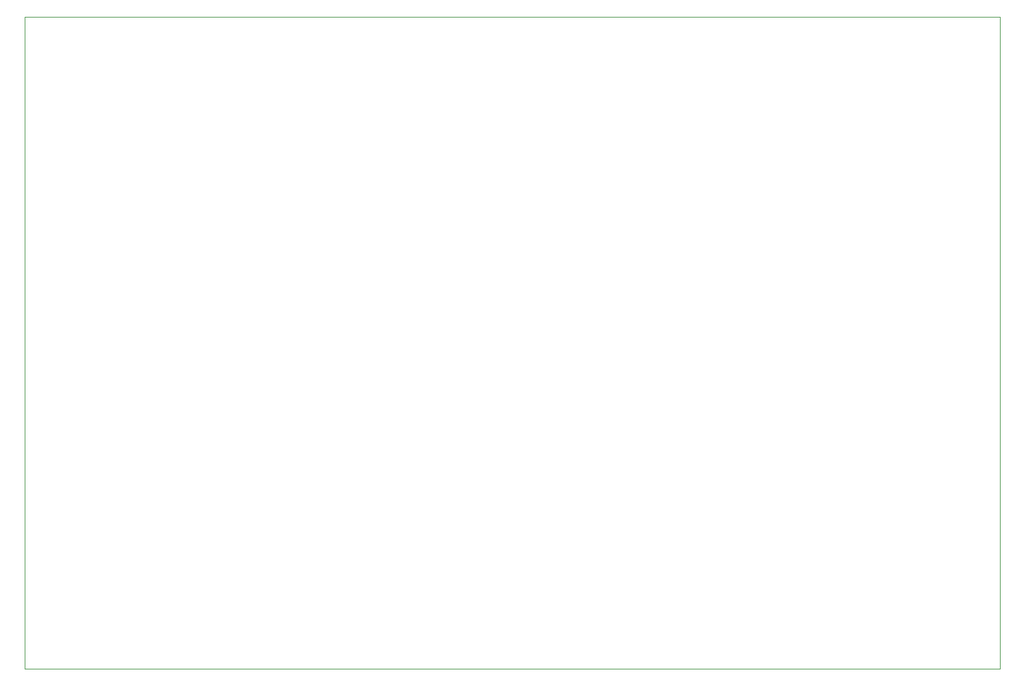
<source format=gbr>
%TF.GenerationSoftware,KiCad,Pcbnew,8.0.8*%
%TF.CreationDate,2025-03-05T15:18:01-05:00*%
%TF.ProjectId,PacmanProject,5061636d-616e-4507-926f-6a6563742e6b,rev?*%
%TF.SameCoordinates,Original*%
%TF.FileFunction,Profile,NP*%
%FSLAX46Y46*%
G04 Gerber Fmt 4.6, Leading zero omitted, Abs format (unit mm)*
G04 Created by KiCad (PCBNEW 8.0.8) date 2025-03-05 15:18:01*
%MOMM*%
%LPD*%
G01*
G04 APERTURE LIST*
%TA.AperFunction,Profile*%
%ADD10C,0.050000*%
%TD*%
G04 APERTURE END LIST*
D10*
X142000000Y-59000000D02*
X269000000Y-59000000D01*
X269000000Y-144000000D01*
X142000000Y-144000000D01*
X142000000Y-59000000D01*
M02*

</source>
